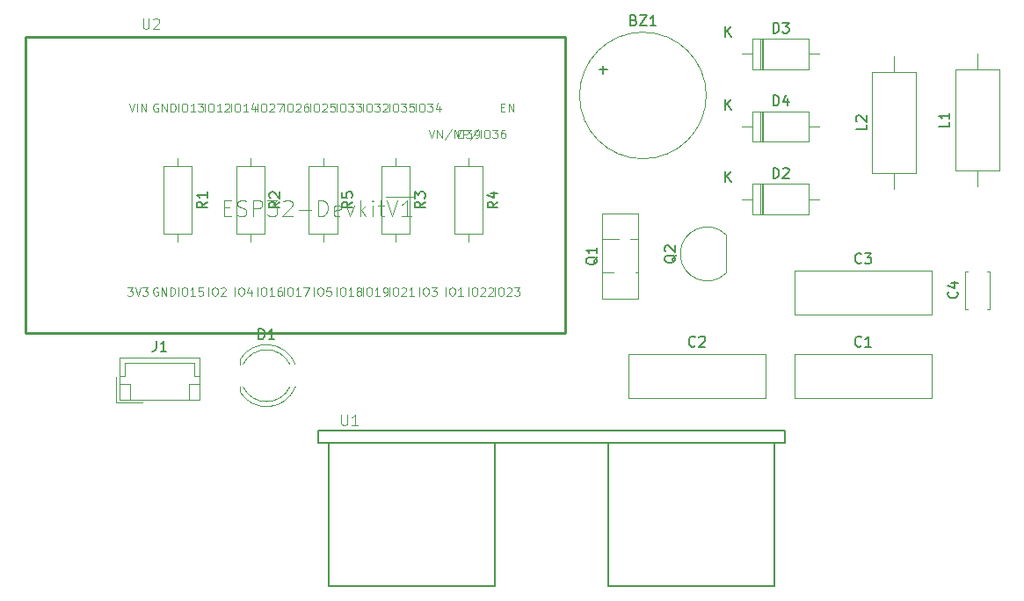
<source format=gto>
%TF.GenerationSoftware,KiCad,Pcbnew,(5.1.9)-1*%
%TF.CreationDate,2021-03-06T13:39:37+06:00*%
%TF.ProjectId,Geiger,47656967-6572-42e6-9b69-6361645f7063,v01*%
%TF.SameCoordinates,Original*%
%TF.FileFunction,Legend,Top*%
%TF.FilePolarity,Positive*%
%FSLAX46Y46*%
G04 Gerber Fmt 4.6, Leading zero omitted, Abs format (unit mm)*
G04 Created by KiCad (PCBNEW (5.1.9)-1) date 2021-03-06 13:39:37*
%MOMM*%
%LPD*%
G01*
G04 APERTURE LIST*
%ADD10C,0.120000*%
%ADD11C,0.127000*%
%ADD12C,0.254000*%
%ADD13C,0.150000*%
%ADD14C,0.015000*%
G04 APERTURE END LIST*
D10*
%TO.C,BZ1*%
X244900000Y-88000000D02*
G75*
G03*
X244900000Y-88000000I-6100000J0D01*
G01*
%TO.C,C1*%
X266620000Y-112880000D02*
X266620000Y-117120000D01*
X253380000Y-112880000D02*
X253380000Y-117120000D01*
X253380000Y-117120000D02*
X266620000Y-117120000D01*
X253380000Y-112880000D02*
X266620000Y-112880000D01*
%TO.C,C2*%
X237380000Y-112880000D02*
X250620000Y-112880000D01*
X237380000Y-117120000D02*
X250620000Y-117120000D01*
X237380000Y-112880000D02*
X237380000Y-117120000D01*
X250620000Y-112880000D02*
X250620000Y-117120000D01*
%TO.C,C3*%
X253380000Y-104880000D02*
X266620000Y-104880000D01*
X253380000Y-109120000D02*
X266620000Y-109120000D01*
X253380000Y-104880000D02*
X253380000Y-109120000D01*
X266620000Y-104880000D02*
X266620000Y-109120000D01*
%TO.C,C4*%
X269830000Y-108570000D02*
X269830000Y-104930000D01*
X272170000Y-108570000D02*
X272170000Y-104930000D01*
X269830000Y-108570000D02*
X270075000Y-108570000D01*
X271925000Y-108570000D02*
X272170000Y-108570000D01*
X269830000Y-104930000D02*
X270075000Y-104930000D01*
X271925000Y-104930000D02*
X272170000Y-104930000D01*
%TO.C,D1*%
X199980000Y-113455000D02*
X199980000Y-113920000D01*
X199980000Y-116080000D02*
X199980000Y-116545000D01*
X205327815Y-113919173D02*
G75*
G03*
X199980000Y-113455170I-2787815J-1080827D01*
G01*
X205327815Y-116080827D02*
G75*
G02*
X199980000Y-116544830I-2787815J1080827D01*
G01*
X204794479Y-113919571D02*
G75*
G03*
X200285316Y-113920000I-2254479J-1080429D01*
G01*
X204794479Y-116080429D02*
G75*
G02*
X200285316Y-116080000I-2254479J1080429D01*
G01*
%TO.C,D2*%
X249360000Y-96530000D02*
X249360000Y-99470000D01*
X249360000Y-99470000D02*
X254800000Y-99470000D01*
X254800000Y-99470000D02*
X254800000Y-96530000D01*
X254800000Y-96530000D02*
X249360000Y-96530000D01*
X248340000Y-98000000D02*
X249360000Y-98000000D01*
X255820000Y-98000000D02*
X254800000Y-98000000D01*
X250260000Y-96530000D02*
X250260000Y-99470000D01*
X250380000Y-96530000D02*
X250380000Y-99470000D01*
X250140000Y-96530000D02*
X250140000Y-99470000D01*
%TO.C,D3*%
X249360000Y-82530000D02*
X249360000Y-85470000D01*
X249360000Y-85470000D02*
X254800000Y-85470000D01*
X254800000Y-85470000D02*
X254800000Y-82530000D01*
X254800000Y-82530000D02*
X249360000Y-82530000D01*
X248340000Y-84000000D02*
X249360000Y-84000000D01*
X255820000Y-84000000D02*
X254800000Y-84000000D01*
X250260000Y-82530000D02*
X250260000Y-85470000D01*
X250380000Y-82530000D02*
X250380000Y-85470000D01*
X250140000Y-82530000D02*
X250140000Y-85470000D01*
%TO.C,D4*%
X250140000Y-89530000D02*
X250140000Y-92470000D01*
X250380000Y-89530000D02*
X250380000Y-92470000D01*
X250260000Y-89530000D02*
X250260000Y-92470000D01*
X255820000Y-91000000D02*
X254800000Y-91000000D01*
X248340000Y-91000000D02*
X249360000Y-91000000D01*
X254800000Y-89530000D02*
X249360000Y-89530000D01*
X254800000Y-92470000D02*
X254800000Y-89530000D01*
X249360000Y-92470000D02*
X254800000Y-92470000D01*
X249360000Y-89530000D02*
X249360000Y-92470000D01*
%TO.C,J1*%
X188390000Y-113290000D02*
X188390000Y-117310000D01*
X188390000Y-117310000D02*
X196110000Y-117310000D01*
X196110000Y-117310000D02*
X196110000Y-113290000D01*
X196110000Y-113290000D02*
X188390000Y-113290000D01*
X188390000Y-115000000D02*
X188890000Y-115000000D01*
X188890000Y-115000000D02*
X188890000Y-113790000D01*
X188890000Y-113790000D02*
X195610000Y-113790000D01*
X195610000Y-113790000D02*
X195610000Y-115000000D01*
X195610000Y-115000000D02*
X196110000Y-115000000D01*
X188390000Y-115810000D02*
X189390000Y-115810000D01*
X189390000Y-115810000D02*
X189390000Y-117310000D01*
X196110000Y-115810000D02*
X195110000Y-115810000D01*
X195110000Y-115810000D02*
X195110000Y-117310000D01*
X188090000Y-115110000D02*
X188090000Y-117610000D01*
X188090000Y-117610000D02*
X190590000Y-117610000D01*
%TO.C,L1*%
X271000000Y-84000000D02*
X271000000Y-85510000D01*
X271000000Y-96760000D02*
X271000000Y-95250000D01*
X268880000Y-85510000D02*
X268880000Y-95250000D01*
X273120000Y-85510000D02*
X268880000Y-85510000D01*
X273120000Y-95250000D02*
X273120000Y-85510000D01*
X268880000Y-95250000D02*
X273120000Y-95250000D01*
%TO.C,L2*%
X260880000Y-95490000D02*
X265120000Y-95490000D01*
X265120000Y-95490000D02*
X265120000Y-85750000D01*
X265120000Y-85750000D02*
X260880000Y-85750000D01*
X260880000Y-85750000D02*
X260880000Y-95490000D01*
X263000000Y-97000000D02*
X263000000Y-95490000D01*
X263000000Y-84240000D02*
X263000000Y-85750000D01*
%TO.C,Q1*%
X234880000Y-107580000D02*
X234880000Y-99340000D01*
X238370000Y-107580000D02*
X238370000Y-99340000D01*
X234880000Y-107580000D02*
X238370000Y-107580000D01*
X234880000Y-99340000D02*
X238370000Y-99340000D01*
X234880000Y-105060000D02*
X235950000Y-105060000D01*
X238050000Y-105060000D02*
X238370000Y-105060000D01*
X234880000Y-101859000D02*
X236460000Y-101859000D01*
X237540000Y-101859000D02*
X238370000Y-101859000D01*
%TO.C,Q2*%
X246850000Y-105070000D02*
X246850000Y-101470000D01*
X246838478Y-105108478D02*
G75*
G02*
X242400000Y-103270000I-1838478J1838478D01*
G01*
X246838478Y-101431522D02*
G75*
G03*
X242400000Y-103270000I-1838478J-1838478D01*
G01*
%TO.C,R1*%
X195370000Y-94810000D02*
X192630000Y-94810000D01*
X192630000Y-94810000D02*
X192630000Y-101350000D01*
X192630000Y-101350000D02*
X195370000Y-101350000D01*
X195370000Y-101350000D02*
X195370000Y-94810000D01*
X194000000Y-94040000D02*
X194000000Y-94810000D01*
X194000000Y-102120000D02*
X194000000Y-101350000D01*
%TO.C,R2*%
X202370000Y-94810000D02*
X199630000Y-94810000D01*
X199630000Y-94810000D02*
X199630000Y-101350000D01*
X199630000Y-101350000D02*
X202370000Y-101350000D01*
X202370000Y-101350000D02*
X202370000Y-94810000D01*
X201000000Y-94040000D02*
X201000000Y-94810000D01*
X201000000Y-102120000D02*
X201000000Y-101350000D01*
%TO.C,R3*%
X215000000Y-102120000D02*
X215000000Y-101350000D01*
X215000000Y-94040000D02*
X215000000Y-94810000D01*
X216370000Y-101350000D02*
X216370000Y-94810000D01*
X213630000Y-101350000D02*
X216370000Y-101350000D01*
X213630000Y-94810000D02*
X213630000Y-101350000D01*
X216370000Y-94810000D02*
X213630000Y-94810000D01*
%TO.C,R4*%
X222000000Y-102120000D02*
X222000000Y-101350000D01*
X222000000Y-94040000D02*
X222000000Y-94810000D01*
X223370000Y-101350000D02*
X223370000Y-94810000D01*
X220630000Y-101350000D02*
X223370000Y-101350000D01*
X220630000Y-94810000D02*
X220630000Y-101350000D01*
X223370000Y-94810000D02*
X220630000Y-94810000D01*
%TO.C,R5*%
X209370000Y-94810000D02*
X206630000Y-94810000D01*
X206630000Y-94810000D02*
X206630000Y-101350000D01*
X206630000Y-101350000D02*
X209370000Y-101350000D01*
X209370000Y-101350000D02*
X209370000Y-94810000D01*
X208000000Y-94040000D02*
X208000000Y-94810000D01*
X208000000Y-102120000D02*
X208000000Y-101350000D01*
D11*
%TO.C,U1*%
X208500000Y-135270000D02*
X224500000Y-135270000D01*
X235500000Y-135270000D02*
X251500000Y-135270000D01*
X252500000Y-121470000D02*
X251500000Y-121470000D01*
X251500000Y-121470000D02*
X235500000Y-121470000D01*
X235500000Y-121470000D02*
X224500000Y-121470000D01*
X224500000Y-121470000D02*
X208500000Y-121470000D01*
X208500000Y-121470000D02*
X207500000Y-121470000D01*
X207500000Y-121470000D02*
X207500000Y-120270000D01*
X207500000Y-120270000D02*
X252500000Y-120270000D01*
X252500000Y-120270000D02*
X252500000Y-121470000D01*
X208500000Y-121470000D02*
X208500000Y-135270000D01*
X251500000Y-121470000D02*
X251500000Y-135270000D01*
X224500000Y-121470000D02*
X224500000Y-135270000D01*
X235500000Y-121470000D02*
X235500000Y-135270000D01*
D12*
%TO.C,U2*%
X179350000Y-82395000D02*
X231350000Y-82395000D01*
X231350000Y-82395000D02*
X231350000Y-110930000D01*
X231350000Y-110930000D02*
X179350000Y-110930000D01*
X179350000Y-110930000D02*
X179350000Y-82395000D01*
%TO.C,BZ1*%
D13*
X237919047Y-80728571D02*
X238061904Y-80776190D01*
X238109523Y-80823809D01*
X238157142Y-80919047D01*
X238157142Y-81061904D01*
X238109523Y-81157142D01*
X238061904Y-81204761D01*
X237966666Y-81252380D01*
X237585714Y-81252380D01*
X237585714Y-80252380D01*
X237919047Y-80252380D01*
X238014285Y-80300000D01*
X238061904Y-80347619D01*
X238109523Y-80442857D01*
X238109523Y-80538095D01*
X238061904Y-80633333D01*
X238014285Y-80680952D01*
X237919047Y-80728571D01*
X237585714Y-80728571D01*
X238490476Y-80252380D02*
X239157142Y-80252380D01*
X238490476Y-81252380D01*
X239157142Y-81252380D01*
X240061904Y-81252380D02*
X239490476Y-81252380D01*
X239776190Y-81252380D02*
X239776190Y-80252380D01*
X239680952Y-80395238D01*
X239585714Y-80490476D01*
X239490476Y-80538095D01*
X234609047Y-85531428D02*
X235370952Y-85531428D01*
X234990000Y-85912380D02*
X234990000Y-85150476D01*
%TO.C,C1*%
X259833333Y-112107142D02*
X259785714Y-112154761D01*
X259642857Y-112202380D01*
X259547619Y-112202380D01*
X259404761Y-112154761D01*
X259309523Y-112059523D01*
X259261904Y-111964285D01*
X259214285Y-111773809D01*
X259214285Y-111630952D01*
X259261904Y-111440476D01*
X259309523Y-111345238D01*
X259404761Y-111250000D01*
X259547619Y-111202380D01*
X259642857Y-111202380D01*
X259785714Y-111250000D01*
X259833333Y-111297619D01*
X260785714Y-112202380D02*
X260214285Y-112202380D01*
X260500000Y-112202380D02*
X260500000Y-111202380D01*
X260404761Y-111345238D01*
X260309523Y-111440476D01*
X260214285Y-111488095D01*
%TO.C,C2*%
X243833333Y-112107142D02*
X243785714Y-112154761D01*
X243642857Y-112202380D01*
X243547619Y-112202380D01*
X243404761Y-112154761D01*
X243309523Y-112059523D01*
X243261904Y-111964285D01*
X243214285Y-111773809D01*
X243214285Y-111630952D01*
X243261904Y-111440476D01*
X243309523Y-111345238D01*
X243404761Y-111250000D01*
X243547619Y-111202380D01*
X243642857Y-111202380D01*
X243785714Y-111250000D01*
X243833333Y-111297619D01*
X244214285Y-111297619D02*
X244261904Y-111250000D01*
X244357142Y-111202380D01*
X244595238Y-111202380D01*
X244690476Y-111250000D01*
X244738095Y-111297619D01*
X244785714Y-111392857D01*
X244785714Y-111488095D01*
X244738095Y-111630952D01*
X244166666Y-112202380D01*
X244785714Y-112202380D01*
%TO.C,C3*%
X259833333Y-104107142D02*
X259785714Y-104154761D01*
X259642857Y-104202380D01*
X259547619Y-104202380D01*
X259404761Y-104154761D01*
X259309523Y-104059523D01*
X259261904Y-103964285D01*
X259214285Y-103773809D01*
X259214285Y-103630952D01*
X259261904Y-103440476D01*
X259309523Y-103345238D01*
X259404761Y-103250000D01*
X259547619Y-103202380D01*
X259642857Y-103202380D01*
X259785714Y-103250000D01*
X259833333Y-103297619D01*
X260166666Y-103202380D02*
X260785714Y-103202380D01*
X260452380Y-103583333D01*
X260595238Y-103583333D01*
X260690476Y-103630952D01*
X260738095Y-103678571D01*
X260785714Y-103773809D01*
X260785714Y-104011904D01*
X260738095Y-104107142D01*
X260690476Y-104154761D01*
X260595238Y-104202380D01*
X260309523Y-104202380D01*
X260214285Y-104154761D01*
X260166666Y-104107142D01*
%TO.C,C4*%
X269057142Y-106916666D02*
X269104761Y-106964285D01*
X269152380Y-107107142D01*
X269152380Y-107202380D01*
X269104761Y-107345238D01*
X269009523Y-107440476D01*
X268914285Y-107488095D01*
X268723809Y-107535714D01*
X268580952Y-107535714D01*
X268390476Y-107488095D01*
X268295238Y-107440476D01*
X268200000Y-107345238D01*
X268152380Y-107202380D01*
X268152380Y-107107142D01*
X268200000Y-106964285D01*
X268247619Y-106916666D01*
X268485714Y-106059523D02*
X269152380Y-106059523D01*
X268104761Y-106297619D02*
X268819047Y-106535714D01*
X268819047Y-105916666D01*
%TO.C,D1*%
X201801904Y-111492380D02*
X201801904Y-110492380D01*
X202040000Y-110492380D01*
X202182857Y-110540000D01*
X202278095Y-110635238D01*
X202325714Y-110730476D01*
X202373333Y-110920952D01*
X202373333Y-111063809D01*
X202325714Y-111254285D01*
X202278095Y-111349523D01*
X202182857Y-111444761D01*
X202040000Y-111492380D01*
X201801904Y-111492380D01*
X203325714Y-111492380D02*
X202754285Y-111492380D01*
X203040000Y-111492380D02*
X203040000Y-110492380D01*
X202944761Y-110635238D01*
X202849523Y-110730476D01*
X202754285Y-110778095D01*
%TO.C,D2*%
X251341904Y-95982380D02*
X251341904Y-94982380D01*
X251580000Y-94982380D01*
X251722857Y-95030000D01*
X251818095Y-95125238D01*
X251865714Y-95220476D01*
X251913333Y-95410952D01*
X251913333Y-95553809D01*
X251865714Y-95744285D01*
X251818095Y-95839523D01*
X251722857Y-95934761D01*
X251580000Y-95982380D01*
X251341904Y-95982380D01*
X252294285Y-95077619D02*
X252341904Y-95030000D01*
X252437142Y-94982380D01*
X252675238Y-94982380D01*
X252770476Y-95030000D01*
X252818095Y-95077619D01*
X252865714Y-95172857D01*
X252865714Y-95268095D01*
X252818095Y-95410952D01*
X252246666Y-95982380D01*
X252865714Y-95982380D01*
X246738095Y-96352380D02*
X246738095Y-95352380D01*
X247309523Y-96352380D02*
X246880952Y-95780952D01*
X247309523Y-95352380D02*
X246738095Y-95923809D01*
%TO.C,D3*%
X251341904Y-81982380D02*
X251341904Y-80982380D01*
X251580000Y-80982380D01*
X251722857Y-81030000D01*
X251818095Y-81125238D01*
X251865714Y-81220476D01*
X251913333Y-81410952D01*
X251913333Y-81553809D01*
X251865714Y-81744285D01*
X251818095Y-81839523D01*
X251722857Y-81934761D01*
X251580000Y-81982380D01*
X251341904Y-81982380D01*
X252246666Y-80982380D02*
X252865714Y-80982380D01*
X252532380Y-81363333D01*
X252675238Y-81363333D01*
X252770476Y-81410952D01*
X252818095Y-81458571D01*
X252865714Y-81553809D01*
X252865714Y-81791904D01*
X252818095Y-81887142D01*
X252770476Y-81934761D01*
X252675238Y-81982380D01*
X252389523Y-81982380D01*
X252294285Y-81934761D01*
X252246666Y-81887142D01*
X246738095Y-82352380D02*
X246738095Y-81352380D01*
X247309523Y-82352380D02*
X246880952Y-81780952D01*
X247309523Y-81352380D02*
X246738095Y-81923809D01*
%TO.C,D4*%
X251341904Y-88982380D02*
X251341904Y-87982380D01*
X251580000Y-87982380D01*
X251722857Y-88030000D01*
X251818095Y-88125238D01*
X251865714Y-88220476D01*
X251913333Y-88410952D01*
X251913333Y-88553809D01*
X251865714Y-88744285D01*
X251818095Y-88839523D01*
X251722857Y-88934761D01*
X251580000Y-88982380D01*
X251341904Y-88982380D01*
X252770476Y-88315714D02*
X252770476Y-88982380D01*
X252532380Y-87934761D02*
X252294285Y-88649047D01*
X252913333Y-88649047D01*
X246738095Y-89352380D02*
X246738095Y-88352380D01*
X247309523Y-89352380D02*
X246880952Y-88780952D01*
X247309523Y-88352380D02*
X246738095Y-88923809D01*
%TO.C,J1*%
X191916666Y-111652380D02*
X191916666Y-112366666D01*
X191869047Y-112509523D01*
X191773809Y-112604761D01*
X191630952Y-112652380D01*
X191535714Y-112652380D01*
X192916666Y-112652380D02*
X192345238Y-112652380D01*
X192630952Y-112652380D02*
X192630952Y-111652380D01*
X192535714Y-111795238D01*
X192440476Y-111890476D01*
X192345238Y-111938095D01*
%TO.C,L1*%
X268332380Y-90546666D02*
X268332380Y-91022857D01*
X267332380Y-91022857D01*
X268332380Y-89689523D02*
X268332380Y-90260952D01*
X268332380Y-89975238D02*
X267332380Y-89975238D01*
X267475238Y-90070476D01*
X267570476Y-90165714D01*
X267618095Y-90260952D01*
%TO.C,L2*%
X260332380Y-90786666D02*
X260332380Y-91262857D01*
X259332380Y-91262857D01*
X259427619Y-90500952D02*
X259380000Y-90453333D01*
X259332380Y-90358095D01*
X259332380Y-90120000D01*
X259380000Y-90024761D01*
X259427619Y-89977142D01*
X259522857Y-89929523D01*
X259618095Y-89929523D01*
X259760952Y-89977142D01*
X260332380Y-90548571D01*
X260332380Y-89929523D01*
%TO.C,Q1*%
X234427619Y-103555238D02*
X234380000Y-103650476D01*
X234284761Y-103745714D01*
X234141904Y-103888571D01*
X234094285Y-103983809D01*
X234094285Y-104079047D01*
X234332380Y-104031428D02*
X234284761Y-104126666D01*
X234189523Y-104221904D01*
X233999047Y-104269523D01*
X233665714Y-104269523D01*
X233475238Y-104221904D01*
X233380000Y-104126666D01*
X233332380Y-104031428D01*
X233332380Y-103840952D01*
X233380000Y-103745714D01*
X233475238Y-103650476D01*
X233665714Y-103602857D01*
X233999047Y-103602857D01*
X234189523Y-103650476D01*
X234284761Y-103745714D01*
X234332380Y-103840952D01*
X234332380Y-104031428D01*
X234332380Y-102650476D02*
X234332380Y-103221904D01*
X234332380Y-102936190D02*
X233332380Y-102936190D01*
X233475238Y-103031428D01*
X233570476Y-103126666D01*
X233618095Y-103221904D01*
%TO.C,Q2*%
X241987619Y-103365238D02*
X241940000Y-103460476D01*
X241844761Y-103555714D01*
X241701904Y-103698571D01*
X241654285Y-103793809D01*
X241654285Y-103889047D01*
X241892380Y-103841428D02*
X241844761Y-103936666D01*
X241749523Y-104031904D01*
X241559047Y-104079523D01*
X241225714Y-104079523D01*
X241035238Y-104031904D01*
X240940000Y-103936666D01*
X240892380Y-103841428D01*
X240892380Y-103650952D01*
X240940000Y-103555714D01*
X241035238Y-103460476D01*
X241225714Y-103412857D01*
X241559047Y-103412857D01*
X241749523Y-103460476D01*
X241844761Y-103555714D01*
X241892380Y-103650952D01*
X241892380Y-103841428D01*
X240987619Y-103031904D02*
X240940000Y-102984285D01*
X240892380Y-102889047D01*
X240892380Y-102650952D01*
X240940000Y-102555714D01*
X240987619Y-102508095D01*
X241082857Y-102460476D01*
X241178095Y-102460476D01*
X241320952Y-102508095D01*
X241892380Y-103079523D01*
X241892380Y-102460476D01*
%TO.C,R1*%
X196822380Y-98246666D02*
X196346190Y-98580000D01*
X196822380Y-98818095D02*
X195822380Y-98818095D01*
X195822380Y-98437142D01*
X195870000Y-98341904D01*
X195917619Y-98294285D01*
X196012857Y-98246666D01*
X196155714Y-98246666D01*
X196250952Y-98294285D01*
X196298571Y-98341904D01*
X196346190Y-98437142D01*
X196346190Y-98818095D01*
X196822380Y-97294285D02*
X196822380Y-97865714D01*
X196822380Y-97580000D02*
X195822380Y-97580000D01*
X195965238Y-97675238D01*
X196060476Y-97770476D01*
X196108095Y-97865714D01*
%TO.C,R2*%
X203822380Y-98246666D02*
X203346190Y-98580000D01*
X203822380Y-98818095D02*
X202822380Y-98818095D01*
X202822380Y-98437142D01*
X202870000Y-98341904D01*
X202917619Y-98294285D01*
X203012857Y-98246666D01*
X203155714Y-98246666D01*
X203250952Y-98294285D01*
X203298571Y-98341904D01*
X203346190Y-98437142D01*
X203346190Y-98818095D01*
X202917619Y-97865714D02*
X202870000Y-97818095D01*
X202822380Y-97722857D01*
X202822380Y-97484761D01*
X202870000Y-97389523D01*
X202917619Y-97341904D01*
X203012857Y-97294285D01*
X203108095Y-97294285D01*
X203250952Y-97341904D01*
X203822380Y-97913333D01*
X203822380Y-97294285D01*
%TO.C,R3*%
X217822380Y-98246666D02*
X217346190Y-98580000D01*
X217822380Y-98818095D02*
X216822380Y-98818095D01*
X216822380Y-98437142D01*
X216870000Y-98341904D01*
X216917619Y-98294285D01*
X217012857Y-98246666D01*
X217155714Y-98246666D01*
X217250952Y-98294285D01*
X217298571Y-98341904D01*
X217346190Y-98437142D01*
X217346190Y-98818095D01*
X216822380Y-97913333D02*
X216822380Y-97294285D01*
X217203333Y-97627619D01*
X217203333Y-97484761D01*
X217250952Y-97389523D01*
X217298571Y-97341904D01*
X217393809Y-97294285D01*
X217631904Y-97294285D01*
X217727142Y-97341904D01*
X217774761Y-97389523D01*
X217822380Y-97484761D01*
X217822380Y-97770476D01*
X217774761Y-97865714D01*
X217727142Y-97913333D01*
%TO.C,R4*%
X224822380Y-98246666D02*
X224346190Y-98580000D01*
X224822380Y-98818095D02*
X223822380Y-98818095D01*
X223822380Y-98437142D01*
X223870000Y-98341904D01*
X223917619Y-98294285D01*
X224012857Y-98246666D01*
X224155714Y-98246666D01*
X224250952Y-98294285D01*
X224298571Y-98341904D01*
X224346190Y-98437142D01*
X224346190Y-98818095D01*
X224155714Y-97389523D02*
X224822380Y-97389523D01*
X223774761Y-97627619D02*
X224489047Y-97865714D01*
X224489047Y-97246666D01*
%TO.C,R5*%
X210822380Y-98246666D02*
X210346190Y-98580000D01*
X210822380Y-98818095D02*
X209822380Y-98818095D01*
X209822380Y-98437142D01*
X209870000Y-98341904D01*
X209917619Y-98294285D01*
X210012857Y-98246666D01*
X210155714Y-98246666D01*
X210250952Y-98294285D01*
X210298571Y-98341904D01*
X210346190Y-98437142D01*
X210346190Y-98818095D01*
X209822380Y-97341904D02*
X209822380Y-97818095D01*
X210298571Y-97865714D01*
X210250952Y-97818095D01*
X210203333Y-97722857D01*
X210203333Y-97484761D01*
X210250952Y-97389523D01*
X210298571Y-97341904D01*
X210393809Y-97294285D01*
X210631904Y-97294285D01*
X210727142Y-97341904D01*
X210774761Y-97389523D01*
X210822380Y-97484761D01*
X210822380Y-97722857D01*
X210774761Y-97818095D01*
X210727142Y-97865714D01*
%TO.C,U1*%
D14*
X209752649Y-118768806D02*
X209752649Y-119578750D01*
X209800292Y-119674038D01*
X209847936Y-119721682D01*
X209943224Y-119769326D01*
X210133799Y-119769326D01*
X210229087Y-119721682D01*
X210276730Y-119674038D01*
X210324374Y-119578750D01*
X210324374Y-118768806D01*
X211324894Y-119769326D02*
X210753169Y-119769326D01*
X211039031Y-119769326D02*
X211039031Y-118768806D01*
X210943744Y-118911737D01*
X210848456Y-119007025D01*
X210753169Y-119054669D01*
%TO.C,U2*%
X190633095Y-80577380D02*
X190633095Y-81386904D01*
X190680714Y-81482142D01*
X190728333Y-81529761D01*
X190823571Y-81577380D01*
X191014047Y-81577380D01*
X191109285Y-81529761D01*
X191156904Y-81482142D01*
X191204523Y-81386904D01*
X191204523Y-80577380D01*
X191633095Y-80672619D02*
X191680714Y-80625000D01*
X191775952Y-80577380D01*
X192014047Y-80577380D01*
X192109285Y-80625000D01*
X192156904Y-80672619D01*
X192204523Y-80767857D01*
X192204523Y-80863095D01*
X192156904Y-81005952D01*
X191585476Y-81577380D01*
X192204523Y-81577380D01*
X189149523Y-106491904D02*
X189644761Y-106491904D01*
X189378095Y-106796666D01*
X189492380Y-106796666D01*
X189568571Y-106834761D01*
X189606666Y-106872857D01*
X189644761Y-106949047D01*
X189644761Y-107139523D01*
X189606666Y-107215714D01*
X189568571Y-107253809D01*
X189492380Y-107291904D01*
X189263809Y-107291904D01*
X189187619Y-107253809D01*
X189149523Y-107215714D01*
X189873333Y-106491904D02*
X190140000Y-107291904D01*
X190406666Y-106491904D01*
X190597142Y-106491904D02*
X191092380Y-106491904D01*
X190825714Y-106796666D01*
X190940000Y-106796666D01*
X191016190Y-106834761D01*
X191054285Y-106872857D01*
X191092380Y-106949047D01*
X191092380Y-107139523D01*
X191054285Y-107215714D01*
X191016190Y-107253809D01*
X190940000Y-107291904D01*
X190711428Y-107291904D01*
X190635238Y-107253809D01*
X190597142Y-107215714D01*
X192070476Y-106530000D02*
X191994285Y-106491904D01*
X191880000Y-106491904D01*
X191765714Y-106530000D01*
X191689523Y-106606190D01*
X191651428Y-106682380D01*
X191613333Y-106834761D01*
X191613333Y-106949047D01*
X191651428Y-107101428D01*
X191689523Y-107177619D01*
X191765714Y-107253809D01*
X191880000Y-107291904D01*
X191956190Y-107291904D01*
X192070476Y-107253809D01*
X192108571Y-107215714D01*
X192108571Y-106949047D01*
X191956190Y-106949047D01*
X192451428Y-107291904D02*
X192451428Y-106491904D01*
X192908571Y-107291904D01*
X192908571Y-106491904D01*
X193289523Y-107291904D02*
X193289523Y-106491904D01*
X193480000Y-106491904D01*
X193594285Y-106530000D01*
X193670476Y-106606190D01*
X193708571Y-106682380D01*
X193746666Y-106834761D01*
X193746666Y-106949047D01*
X193708571Y-107101428D01*
X193670476Y-107177619D01*
X193594285Y-107253809D01*
X193480000Y-107291904D01*
X193289523Y-107291904D01*
X194039047Y-107291904D02*
X194039047Y-106491904D01*
X194572380Y-106491904D02*
X194724761Y-106491904D01*
X194800952Y-106530000D01*
X194877142Y-106606190D01*
X194915238Y-106758571D01*
X194915238Y-107025238D01*
X194877142Y-107177619D01*
X194800952Y-107253809D01*
X194724761Y-107291904D01*
X194572380Y-107291904D01*
X194496190Y-107253809D01*
X194420000Y-107177619D01*
X194381904Y-107025238D01*
X194381904Y-106758571D01*
X194420000Y-106606190D01*
X194496190Y-106530000D01*
X194572380Y-106491904D01*
X195677142Y-107291904D02*
X195220000Y-107291904D01*
X195448571Y-107291904D02*
X195448571Y-106491904D01*
X195372380Y-106606190D01*
X195296190Y-106682380D01*
X195220000Y-106720476D01*
X196400952Y-106491904D02*
X196020000Y-106491904D01*
X195981904Y-106872857D01*
X196020000Y-106834761D01*
X196096190Y-106796666D01*
X196286666Y-106796666D01*
X196362857Y-106834761D01*
X196400952Y-106872857D01*
X196439047Y-106949047D01*
X196439047Y-107139523D01*
X196400952Y-107215714D01*
X196362857Y-107253809D01*
X196286666Y-107291904D01*
X196096190Y-107291904D01*
X196020000Y-107253809D01*
X195981904Y-107215714D01*
X196960000Y-107291904D02*
X196960000Y-106491904D01*
X197493333Y-106491904D02*
X197645714Y-106491904D01*
X197721904Y-106530000D01*
X197798095Y-106606190D01*
X197836190Y-106758571D01*
X197836190Y-107025238D01*
X197798095Y-107177619D01*
X197721904Y-107253809D01*
X197645714Y-107291904D01*
X197493333Y-107291904D01*
X197417142Y-107253809D01*
X197340952Y-107177619D01*
X197302857Y-107025238D01*
X197302857Y-106758571D01*
X197340952Y-106606190D01*
X197417142Y-106530000D01*
X197493333Y-106491904D01*
X198140952Y-106568095D02*
X198179047Y-106530000D01*
X198255238Y-106491904D01*
X198445714Y-106491904D01*
X198521904Y-106530000D01*
X198560000Y-106568095D01*
X198598095Y-106644285D01*
X198598095Y-106720476D01*
X198560000Y-106834761D01*
X198102857Y-107291904D01*
X198598095Y-107291904D01*
X199500000Y-107291904D02*
X199500000Y-106491904D01*
X200033333Y-106491904D02*
X200185714Y-106491904D01*
X200261904Y-106530000D01*
X200338095Y-106606190D01*
X200376190Y-106758571D01*
X200376190Y-107025238D01*
X200338095Y-107177619D01*
X200261904Y-107253809D01*
X200185714Y-107291904D01*
X200033333Y-107291904D01*
X199957142Y-107253809D01*
X199880952Y-107177619D01*
X199842857Y-107025238D01*
X199842857Y-106758571D01*
X199880952Y-106606190D01*
X199957142Y-106530000D01*
X200033333Y-106491904D01*
X201061904Y-106758571D02*
X201061904Y-107291904D01*
X200871428Y-106453809D02*
X200680952Y-107025238D01*
X201176190Y-107025238D01*
X201659047Y-107291904D02*
X201659047Y-106491904D01*
X202192380Y-106491904D02*
X202344761Y-106491904D01*
X202420952Y-106530000D01*
X202497142Y-106606190D01*
X202535238Y-106758571D01*
X202535238Y-107025238D01*
X202497142Y-107177619D01*
X202420952Y-107253809D01*
X202344761Y-107291904D01*
X202192380Y-107291904D01*
X202116190Y-107253809D01*
X202040000Y-107177619D01*
X202001904Y-107025238D01*
X202001904Y-106758571D01*
X202040000Y-106606190D01*
X202116190Y-106530000D01*
X202192380Y-106491904D01*
X203297142Y-107291904D02*
X202840000Y-107291904D01*
X203068571Y-107291904D02*
X203068571Y-106491904D01*
X202992380Y-106606190D01*
X202916190Y-106682380D01*
X202840000Y-106720476D01*
X203982857Y-106491904D02*
X203830476Y-106491904D01*
X203754285Y-106530000D01*
X203716190Y-106568095D01*
X203640000Y-106682380D01*
X203601904Y-106834761D01*
X203601904Y-107139523D01*
X203640000Y-107215714D01*
X203678095Y-107253809D01*
X203754285Y-107291904D01*
X203906666Y-107291904D01*
X203982857Y-107253809D01*
X204020952Y-107215714D01*
X204059047Y-107139523D01*
X204059047Y-106949047D01*
X204020952Y-106872857D01*
X203982857Y-106834761D01*
X203906666Y-106796666D01*
X203754285Y-106796666D01*
X203678095Y-106834761D01*
X203640000Y-106872857D01*
X203601904Y-106949047D01*
X204199047Y-107291904D02*
X204199047Y-106491904D01*
X204732380Y-106491904D02*
X204884761Y-106491904D01*
X204960952Y-106530000D01*
X205037142Y-106606190D01*
X205075238Y-106758571D01*
X205075238Y-107025238D01*
X205037142Y-107177619D01*
X204960952Y-107253809D01*
X204884761Y-107291904D01*
X204732380Y-107291904D01*
X204656190Y-107253809D01*
X204580000Y-107177619D01*
X204541904Y-107025238D01*
X204541904Y-106758571D01*
X204580000Y-106606190D01*
X204656190Y-106530000D01*
X204732380Y-106491904D01*
X205837142Y-107291904D02*
X205380000Y-107291904D01*
X205608571Y-107291904D02*
X205608571Y-106491904D01*
X205532380Y-106606190D01*
X205456190Y-106682380D01*
X205380000Y-106720476D01*
X206103809Y-106491904D02*
X206637142Y-106491904D01*
X206294285Y-107291904D01*
X207120000Y-107291904D02*
X207120000Y-106491904D01*
X207653333Y-106491904D02*
X207805714Y-106491904D01*
X207881904Y-106530000D01*
X207958095Y-106606190D01*
X207996190Y-106758571D01*
X207996190Y-107025238D01*
X207958095Y-107177619D01*
X207881904Y-107253809D01*
X207805714Y-107291904D01*
X207653333Y-107291904D01*
X207577142Y-107253809D01*
X207500952Y-107177619D01*
X207462857Y-107025238D01*
X207462857Y-106758571D01*
X207500952Y-106606190D01*
X207577142Y-106530000D01*
X207653333Y-106491904D01*
X208720000Y-106491904D02*
X208339047Y-106491904D01*
X208300952Y-106872857D01*
X208339047Y-106834761D01*
X208415238Y-106796666D01*
X208605714Y-106796666D01*
X208681904Y-106834761D01*
X208720000Y-106872857D01*
X208758095Y-106949047D01*
X208758095Y-107139523D01*
X208720000Y-107215714D01*
X208681904Y-107253809D01*
X208605714Y-107291904D01*
X208415238Y-107291904D01*
X208339047Y-107253809D01*
X208300952Y-107215714D01*
X209279047Y-107291904D02*
X209279047Y-106491904D01*
X209812380Y-106491904D02*
X209964761Y-106491904D01*
X210040952Y-106530000D01*
X210117142Y-106606190D01*
X210155238Y-106758571D01*
X210155238Y-107025238D01*
X210117142Y-107177619D01*
X210040952Y-107253809D01*
X209964761Y-107291904D01*
X209812380Y-107291904D01*
X209736190Y-107253809D01*
X209660000Y-107177619D01*
X209621904Y-107025238D01*
X209621904Y-106758571D01*
X209660000Y-106606190D01*
X209736190Y-106530000D01*
X209812380Y-106491904D01*
X210917142Y-107291904D02*
X210460000Y-107291904D01*
X210688571Y-107291904D02*
X210688571Y-106491904D01*
X210612380Y-106606190D01*
X210536190Y-106682380D01*
X210460000Y-106720476D01*
X211374285Y-106834761D02*
X211298095Y-106796666D01*
X211260000Y-106758571D01*
X211221904Y-106682380D01*
X211221904Y-106644285D01*
X211260000Y-106568095D01*
X211298095Y-106530000D01*
X211374285Y-106491904D01*
X211526666Y-106491904D01*
X211602857Y-106530000D01*
X211640952Y-106568095D01*
X211679047Y-106644285D01*
X211679047Y-106682380D01*
X211640952Y-106758571D01*
X211602857Y-106796666D01*
X211526666Y-106834761D01*
X211374285Y-106834761D01*
X211298095Y-106872857D01*
X211260000Y-106910952D01*
X211221904Y-106987142D01*
X211221904Y-107139523D01*
X211260000Y-107215714D01*
X211298095Y-107253809D01*
X211374285Y-107291904D01*
X211526666Y-107291904D01*
X211602857Y-107253809D01*
X211640952Y-107215714D01*
X211679047Y-107139523D01*
X211679047Y-106987142D01*
X211640952Y-106910952D01*
X211602857Y-106872857D01*
X211526666Y-106834761D01*
X211819047Y-107291904D02*
X211819047Y-106491904D01*
X212352380Y-106491904D02*
X212504761Y-106491904D01*
X212580952Y-106530000D01*
X212657142Y-106606190D01*
X212695238Y-106758571D01*
X212695238Y-107025238D01*
X212657142Y-107177619D01*
X212580952Y-107253809D01*
X212504761Y-107291904D01*
X212352380Y-107291904D01*
X212276190Y-107253809D01*
X212200000Y-107177619D01*
X212161904Y-107025238D01*
X212161904Y-106758571D01*
X212200000Y-106606190D01*
X212276190Y-106530000D01*
X212352380Y-106491904D01*
X213457142Y-107291904D02*
X213000000Y-107291904D01*
X213228571Y-107291904D02*
X213228571Y-106491904D01*
X213152380Y-106606190D01*
X213076190Y-106682380D01*
X213000000Y-106720476D01*
X213838095Y-107291904D02*
X213990476Y-107291904D01*
X214066666Y-107253809D01*
X214104761Y-107215714D01*
X214180952Y-107101428D01*
X214219047Y-106949047D01*
X214219047Y-106644285D01*
X214180952Y-106568095D01*
X214142857Y-106530000D01*
X214066666Y-106491904D01*
X213914285Y-106491904D01*
X213838095Y-106530000D01*
X213800000Y-106568095D01*
X213761904Y-106644285D01*
X213761904Y-106834761D01*
X213800000Y-106910952D01*
X213838095Y-106949047D01*
X213914285Y-106987142D01*
X214066666Y-106987142D01*
X214142857Y-106949047D01*
X214180952Y-106910952D01*
X214219047Y-106834761D01*
X214359047Y-107291904D02*
X214359047Y-106491904D01*
X214892380Y-106491904D02*
X215044761Y-106491904D01*
X215120952Y-106530000D01*
X215197142Y-106606190D01*
X215235238Y-106758571D01*
X215235238Y-107025238D01*
X215197142Y-107177619D01*
X215120952Y-107253809D01*
X215044761Y-107291904D01*
X214892380Y-107291904D01*
X214816190Y-107253809D01*
X214740000Y-107177619D01*
X214701904Y-107025238D01*
X214701904Y-106758571D01*
X214740000Y-106606190D01*
X214816190Y-106530000D01*
X214892380Y-106491904D01*
X215540000Y-106568095D02*
X215578095Y-106530000D01*
X215654285Y-106491904D01*
X215844761Y-106491904D01*
X215920952Y-106530000D01*
X215959047Y-106568095D01*
X215997142Y-106644285D01*
X215997142Y-106720476D01*
X215959047Y-106834761D01*
X215501904Y-107291904D01*
X215997142Y-107291904D01*
X216759047Y-107291904D02*
X216301904Y-107291904D01*
X216530476Y-107291904D02*
X216530476Y-106491904D01*
X216454285Y-106606190D01*
X216378095Y-106682380D01*
X216301904Y-106720476D01*
X217280000Y-107291904D02*
X217280000Y-106491904D01*
X217813333Y-106491904D02*
X217965714Y-106491904D01*
X218041904Y-106530000D01*
X218118095Y-106606190D01*
X218156190Y-106758571D01*
X218156190Y-107025238D01*
X218118095Y-107177619D01*
X218041904Y-107253809D01*
X217965714Y-107291904D01*
X217813333Y-107291904D01*
X217737142Y-107253809D01*
X217660952Y-107177619D01*
X217622857Y-107025238D01*
X217622857Y-106758571D01*
X217660952Y-106606190D01*
X217737142Y-106530000D01*
X217813333Y-106491904D01*
X218422857Y-106491904D02*
X218918095Y-106491904D01*
X218651428Y-106796666D01*
X218765714Y-106796666D01*
X218841904Y-106834761D01*
X218880000Y-106872857D01*
X218918095Y-106949047D01*
X218918095Y-107139523D01*
X218880000Y-107215714D01*
X218841904Y-107253809D01*
X218765714Y-107291904D01*
X218537142Y-107291904D01*
X218460952Y-107253809D01*
X218422857Y-107215714D01*
X219820000Y-107291904D02*
X219820000Y-106491904D01*
X220353333Y-106491904D02*
X220505714Y-106491904D01*
X220581904Y-106530000D01*
X220658095Y-106606190D01*
X220696190Y-106758571D01*
X220696190Y-107025238D01*
X220658095Y-107177619D01*
X220581904Y-107253809D01*
X220505714Y-107291904D01*
X220353333Y-107291904D01*
X220277142Y-107253809D01*
X220200952Y-107177619D01*
X220162857Y-107025238D01*
X220162857Y-106758571D01*
X220200952Y-106606190D01*
X220277142Y-106530000D01*
X220353333Y-106491904D01*
X221458095Y-107291904D02*
X221000952Y-107291904D01*
X221229523Y-107291904D02*
X221229523Y-106491904D01*
X221153333Y-106606190D01*
X221077142Y-106682380D01*
X221000952Y-106720476D01*
X221979047Y-107291904D02*
X221979047Y-106491904D01*
X222512380Y-106491904D02*
X222664761Y-106491904D01*
X222740952Y-106530000D01*
X222817142Y-106606190D01*
X222855238Y-106758571D01*
X222855238Y-107025238D01*
X222817142Y-107177619D01*
X222740952Y-107253809D01*
X222664761Y-107291904D01*
X222512380Y-107291904D01*
X222436190Y-107253809D01*
X222360000Y-107177619D01*
X222321904Y-107025238D01*
X222321904Y-106758571D01*
X222360000Y-106606190D01*
X222436190Y-106530000D01*
X222512380Y-106491904D01*
X223160000Y-106568095D02*
X223198095Y-106530000D01*
X223274285Y-106491904D01*
X223464761Y-106491904D01*
X223540952Y-106530000D01*
X223579047Y-106568095D01*
X223617142Y-106644285D01*
X223617142Y-106720476D01*
X223579047Y-106834761D01*
X223121904Y-107291904D01*
X223617142Y-107291904D01*
X223921904Y-106568095D02*
X223960000Y-106530000D01*
X224036190Y-106491904D01*
X224226666Y-106491904D01*
X224302857Y-106530000D01*
X224340952Y-106568095D01*
X224379047Y-106644285D01*
X224379047Y-106720476D01*
X224340952Y-106834761D01*
X223883809Y-107291904D01*
X224379047Y-107291904D01*
X224519047Y-107291904D02*
X224519047Y-106491904D01*
X225052380Y-106491904D02*
X225204761Y-106491904D01*
X225280952Y-106530000D01*
X225357142Y-106606190D01*
X225395238Y-106758571D01*
X225395238Y-107025238D01*
X225357142Y-107177619D01*
X225280952Y-107253809D01*
X225204761Y-107291904D01*
X225052380Y-107291904D01*
X224976190Y-107253809D01*
X224900000Y-107177619D01*
X224861904Y-107025238D01*
X224861904Y-106758571D01*
X224900000Y-106606190D01*
X224976190Y-106530000D01*
X225052380Y-106491904D01*
X225700000Y-106568095D02*
X225738095Y-106530000D01*
X225814285Y-106491904D01*
X226004761Y-106491904D01*
X226080952Y-106530000D01*
X226119047Y-106568095D01*
X226157142Y-106644285D01*
X226157142Y-106720476D01*
X226119047Y-106834761D01*
X225661904Y-107291904D01*
X226157142Y-107291904D01*
X226423809Y-106491904D02*
X226919047Y-106491904D01*
X226652380Y-106796666D01*
X226766666Y-106796666D01*
X226842857Y-106834761D01*
X226880952Y-106872857D01*
X226919047Y-106949047D01*
X226919047Y-107139523D01*
X226880952Y-107215714D01*
X226842857Y-107253809D01*
X226766666Y-107291904D01*
X226538095Y-107291904D01*
X226461904Y-107253809D01*
X226423809Y-107215714D01*
X189283809Y-88771904D02*
X189550476Y-89571904D01*
X189817142Y-88771904D01*
X190083809Y-89571904D02*
X190083809Y-88771904D01*
X190464761Y-89571904D02*
X190464761Y-88771904D01*
X190921904Y-89571904D01*
X190921904Y-88771904D01*
X192090476Y-88810000D02*
X192014285Y-88771904D01*
X191900000Y-88771904D01*
X191785714Y-88810000D01*
X191709523Y-88886190D01*
X191671428Y-88962380D01*
X191633333Y-89114761D01*
X191633333Y-89229047D01*
X191671428Y-89381428D01*
X191709523Y-89457619D01*
X191785714Y-89533809D01*
X191900000Y-89571904D01*
X191976190Y-89571904D01*
X192090476Y-89533809D01*
X192128571Y-89495714D01*
X192128571Y-89229047D01*
X191976190Y-89229047D01*
X192471428Y-89571904D02*
X192471428Y-88771904D01*
X192928571Y-89571904D01*
X192928571Y-88771904D01*
X193309523Y-89571904D02*
X193309523Y-88771904D01*
X193500000Y-88771904D01*
X193614285Y-88810000D01*
X193690476Y-88886190D01*
X193728571Y-88962380D01*
X193766666Y-89114761D01*
X193766666Y-89229047D01*
X193728571Y-89381428D01*
X193690476Y-89457619D01*
X193614285Y-89533809D01*
X193500000Y-89571904D01*
X193309523Y-89571904D01*
X194059047Y-89571904D02*
X194059047Y-88771904D01*
X194592380Y-88771904D02*
X194744761Y-88771904D01*
X194820952Y-88810000D01*
X194897142Y-88886190D01*
X194935238Y-89038571D01*
X194935238Y-89305238D01*
X194897142Y-89457619D01*
X194820952Y-89533809D01*
X194744761Y-89571904D01*
X194592380Y-89571904D01*
X194516190Y-89533809D01*
X194440000Y-89457619D01*
X194401904Y-89305238D01*
X194401904Y-89038571D01*
X194440000Y-88886190D01*
X194516190Y-88810000D01*
X194592380Y-88771904D01*
X195697142Y-89571904D02*
X195240000Y-89571904D01*
X195468571Y-89571904D02*
X195468571Y-88771904D01*
X195392380Y-88886190D01*
X195316190Y-88962380D01*
X195240000Y-89000476D01*
X195963809Y-88771904D02*
X196459047Y-88771904D01*
X196192380Y-89076666D01*
X196306666Y-89076666D01*
X196382857Y-89114761D01*
X196420952Y-89152857D01*
X196459047Y-89229047D01*
X196459047Y-89419523D01*
X196420952Y-89495714D01*
X196382857Y-89533809D01*
X196306666Y-89571904D01*
X196078095Y-89571904D01*
X196001904Y-89533809D01*
X195963809Y-89495714D01*
X196599047Y-89571904D02*
X196599047Y-88771904D01*
X197132380Y-88771904D02*
X197284761Y-88771904D01*
X197360952Y-88810000D01*
X197437142Y-88886190D01*
X197475238Y-89038571D01*
X197475238Y-89305238D01*
X197437142Y-89457619D01*
X197360952Y-89533809D01*
X197284761Y-89571904D01*
X197132380Y-89571904D01*
X197056190Y-89533809D01*
X196980000Y-89457619D01*
X196941904Y-89305238D01*
X196941904Y-89038571D01*
X196980000Y-88886190D01*
X197056190Y-88810000D01*
X197132380Y-88771904D01*
X198237142Y-89571904D02*
X197780000Y-89571904D01*
X198008571Y-89571904D02*
X198008571Y-88771904D01*
X197932380Y-88886190D01*
X197856190Y-88962380D01*
X197780000Y-89000476D01*
X198541904Y-88848095D02*
X198580000Y-88810000D01*
X198656190Y-88771904D01*
X198846666Y-88771904D01*
X198922857Y-88810000D01*
X198960952Y-88848095D01*
X198999047Y-88924285D01*
X198999047Y-89000476D01*
X198960952Y-89114761D01*
X198503809Y-89571904D01*
X198999047Y-89571904D01*
X199139047Y-89571904D02*
X199139047Y-88771904D01*
X199672380Y-88771904D02*
X199824761Y-88771904D01*
X199900952Y-88810000D01*
X199977142Y-88886190D01*
X200015238Y-89038571D01*
X200015238Y-89305238D01*
X199977142Y-89457619D01*
X199900952Y-89533809D01*
X199824761Y-89571904D01*
X199672380Y-89571904D01*
X199596190Y-89533809D01*
X199520000Y-89457619D01*
X199481904Y-89305238D01*
X199481904Y-89038571D01*
X199520000Y-88886190D01*
X199596190Y-88810000D01*
X199672380Y-88771904D01*
X200777142Y-89571904D02*
X200320000Y-89571904D01*
X200548571Y-89571904D02*
X200548571Y-88771904D01*
X200472380Y-88886190D01*
X200396190Y-88962380D01*
X200320000Y-89000476D01*
X201462857Y-89038571D02*
X201462857Y-89571904D01*
X201272380Y-88733809D02*
X201081904Y-89305238D01*
X201577142Y-89305238D01*
X201679047Y-89571904D02*
X201679047Y-88771904D01*
X202212380Y-88771904D02*
X202364761Y-88771904D01*
X202440952Y-88810000D01*
X202517142Y-88886190D01*
X202555238Y-89038571D01*
X202555238Y-89305238D01*
X202517142Y-89457619D01*
X202440952Y-89533809D01*
X202364761Y-89571904D01*
X202212380Y-89571904D01*
X202136190Y-89533809D01*
X202060000Y-89457619D01*
X202021904Y-89305238D01*
X202021904Y-89038571D01*
X202060000Y-88886190D01*
X202136190Y-88810000D01*
X202212380Y-88771904D01*
X202860000Y-88848095D02*
X202898095Y-88810000D01*
X202974285Y-88771904D01*
X203164761Y-88771904D01*
X203240952Y-88810000D01*
X203279047Y-88848095D01*
X203317142Y-88924285D01*
X203317142Y-89000476D01*
X203279047Y-89114761D01*
X202821904Y-89571904D01*
X203317142Y-89571904D01*
X203583809Y-88771904D02*
X204117142Y-88771904D01*
X203774285Y-89571904D01*
X204219047Y-89571904D02*
X204219047Y-88771904D01*
X204752380Y-88771904D02*
X204904761Y-88771904D01*
X204980952Y-88810000D01*
X205057142Y-88886190D01*
X205095238Y-89038571D01*
X205095238Y-89305238D01*
X205057142Y-89457619D01*
X204980952Y-89533809D01*
X204904761Y-89571904D01*
X204752380Y-89571904D01*
X204676190Y-89533809D01*
X204600000Y-89457619D01*
X204561904Y-89305238D01*
X204561904Y-89038571D01*
X204600000Y-88886190D01*
X204676190Y-88810000D01*
X204752380Y-88771904D01*
X205400000Y-88848095D02*
X205438095Y-88810000D01*
X205514285Y-88771904D01*
X205704761Y-88771904D01*
X205780952Y-88810000D01*
X205819047Y-88848095D01*
X205857142Y-88924285D01*
X205857142Y-89000476D01*
X205819047Y-89114761D01*
X205361904Y-89571904D01*
X205857142Y-89571904D01*
X206542857Y-88771904D02*
X206390476Y-88771904D01*
X206314285Y-88810000D01*
X206276190Y-88848095D01*
X206200000Y-88962380D01*
X206161904Y-89114761D01*
X206161904Y-89419523D01*
X206200000Y-89495714D01*
X206238095Y-89533809D01*
X206314285Y-89571904D01*
X206466666Y-89571904D01*
X206542857Y-89533809D01*
X206580952Y-89495714D01*
X206619047Y-89419523D01*
X206619047Y-89229047D01*
X206580952Y-89152857D01*
X206542857Y-89114761D01*
X206466666Y-89076666D01*
X206314285Y-89076666D01*
X206238095Y-89114761D01*
X206200000Y-89152857D01*
X206161904Y-89229047D01*
X206759047Y-89571904D02*
X206759047Y-88771904D01*
X207292380Y-88771904D02*
X207444761Y-88771904D01*
X207520952Y-88810000D01*
X207597142Y-88886190D01*
X207635238Y-89038571D01*
X207635238Y-89305238D01*
X207597142Y-89457619D01*
X207520952Y-89533809D01*
X207444761Y-89571904D01*
X207292380Y-89571904D01*
X207216190Y-89533809D01*
X207140000Y-89457619D01*
X207101904Y-89305238D01*
X207101904Y-89038571D01*
X207140000Y-88886190D01*
X207216190Y-88810000D01*
X207292380Y-88771904D01*
X207940000Y-88848095D02*
X207978095Y-88810000D01*
X208054285Y-88771904D01*
X208244761Y-88771904D01*
X208320952Y-88810000D01*
X208359047Y-88848095D01*
X208397142Y-88924285D01*
X208397142Y-89000476D01*
X208359047Y-89114761D01*
X207901904Y-89571904D01*
X208397142Y-89571904D01*
X209120952Y-88771904D02*
X208740000Y-88771904D01*
X208701904Y-89152857D01*
X208740000Y-89114761D01*
X208816190Y-89076666D01*
X209006666Y-89076666D01*
X209082857Y-89114761D01*
X209120952Y-89152857D01*
X209159047Y-89229047D01*
X209159047Y-89419523D01*
X209120952Y-89495714D01*
X209082857Y-89533809D01*
X209006666Y-89571904D01*
X208816190Y-89571904D01*
X208740000Y-89533809D01*
X208701904Y-89495714D01*
X209299047Y-89571904D02*
X209299047Y-88771904D01*
X209832380Y-88771904D02*
X209984761Y-88771904D01*
X210060952Y-88810000D01*
X210137142Y-88886190D01*
X210175238Y-89038571D01*
X210175238Y-89305238D01*
X210137142Y-89457619D01*
X210060952Y-89533809D01*
X209984761Y-89571904D01*
X209832380Y-89571904D01*
X209756190Y-89533809D01*
X209680000Y-89457619D01*
X209641904Y-89305238D01*
X209641904Y-89038571D01*
X209680000Y-88886190D01*
X209756190Y-88810000D01*
X209832380Y-88771904D01*
X210441904Y-88771904D02*
X210937142Y-88771904D01*
X210670476Y-89076666D01*
X210784761Y-89076666D01*
X210860952Y-89114761D01*
X210899047Y-89152857D01*
X210937142Y-89229047D01*
X210937142Y-89419523D01*
X210899047Y-89495714D01*
X210860952Y-89533809D01*
X210784761Y-89571904D01*
X210556190Y-89571904D01*
X210480000Y-89533809D01*
X210441904Y-89495714D01*
X211203809Y-88771904D02*
X211699047Y-88771904D01*
X211432380Y-89076666D01*
X211546666Y-89076666D01*
X211622857Y-89114761D01*
X211660952Y-89152857D01*
X211699047Y-89229047D01*
X211699047Y-89419523D01*
X211660952Y-89495714D01*
X211622857Y-89533809D01*
X211546666Y-89571904D01*
X211318095Y-89571904D01*
X211241904Y-89533809D01*
X211203809Y-89495714D01*
X211839047Y-89571904D02*
X211839047Y-88771904D01*
X212372380Y-88771904D02*
X212524761Y-88771904D01*
X212600952Y-88810000D01*
X212677142Y-88886190D01*
X212715238Y-89038571D01*
X212715238Y-89305238D01*
X212677142Y-89457619D01*
X212600952Y-89533809D01*
X212524761Y-89571904D01*
X212372380Y-89571904D01*
X212296190Y-89533809D01*
X212220000Y-89457619D01*
X212181904Y-89305238D01*
X212181904Y-89038571D01*
X212220000Y-88886190D01*
X212296190Y-88810000D01*
X212372380Y-88771904D01*
X212981904Y-88771904D02*
X213477142Y-88771904D01*
X213210476Y-89076666D01*
X213324761Y-89076666D01*
X213400952Y-89114761D01*
X213439047Y-89152857D01*
X213477142Y-89229047D01*
X213477142Y-89419523D01*
X213439047Y-89495714D01*
X213400952Y-89533809D01*
X213324761Y-89571904D01*
X213096190Y-89571904D01*
X213020000Y-89533809D01*
X212981904Y-89495714D01*
X213781904Y-88848095D02*
X213820000Y-88810000D01*
X213896190Y-88771904D01*
X214086666Y-88771904D01*
X214162857Y-88810000D01*
X214200952Y-88848095D01*
X214239047Y-88924285D01*
X214239047Y-89000476D01*
X214200952Y-89114761D01*
X213743809Y-89571904D01*
X214239047Y-89571904D01*
X214379047Y-89571904D02*
X214379047Y-88771904D01*
X214912380Y-88771904D02*
X215064761Y-88771904D01*
X215140952Y-88810000D01*
X215217142Y-88886190D01*
X215255238Y-89038571D01*
X215255238Y-89305238D01*
X215217142Y-89457619D01*
X215140952Y-89533809D01*
X215064761Y-89571904D01*
X214912380Y-89571904D01*
X214836190Y-89533809D01*
X214760000Y-89457619D01*
X214721904Y-89305238D01*
X214721904Y-89038571D01*
X214760000Y-88886190D01*
X214836190Y-88810000D01*
X214912380Y-88771904D01*
X215521904Y-88771904D02*
X216017142Y-88771904D01*
X215750476Y-89076666D01*
X215864761Y-89076666D01*
X215940952Y-89114761D01*
X215979047Y-89152857D01*
X216017142Y-89229047D01*
X216017142Y-89419523D01*
X215979047Y-89495714D01*
X215940952Y-89533809D01*
X215864761Y-89571904D01*
X215636190Y-89571904D01*
X215560000Y-89533809D01*
X215521904Y-89495714D01*
X216740952Y-88771904D02*
X216360000Y-88771904D01*
X216321904Y-89152857D01*
X216360000Y-89114761D01*
X216436190Y-89076666D01*
X216626666Y-89076666D01*
X216702857Y-89114761D01*
X216740952Y-89152857D01*
X216779047Y-89229047D01*
X216779047Y-89419523D01*
X216740952Y-89495714D01*
X216702857Y-89533809D01*
X216626666Y-89571904D01*
X216436190Y-89571904D01*
X216360000Y-89533809D01*
X216321904Y-89495714D01*
X216919047Y-89571904D02*
X216919047Y-88771904D01*
X217452380Y-88771904D02*
X217604761Y-88771904D01*
X217680952Y-88810000D01*
X217757142Y-88886190D01*
X217795238Y-89038571D01*
X217795238Y-89305238D01*
X217757142Y-89457619D01*
X217680952Y-89533809D01*
X217604761Y-89571904D01*
X217452380Y-89571904D01*
X217376190Y-89533809D01*
X217300000Y-89457619D01*
X217261904Y-89305238D01*
X217261904Y-89038571D01*
X217300000Y-88886190D01*
X217376190Y-88810000D01*
X217452380Y-88771904D01*
X218061904Y-88771904D02*
X218557142Y-88771904D01*
X218290476Y-89076666D01*
X218404761Y-89076666D01*
X218480952Y-89114761D01*
X218519047Y-89152857D01*
X218557142Y-89229047D01*
X218557142Y-89419523D01*
X218519047Y-89495714D01*
X218480952Y-89533809D01*
X218404761Y-89571904D01*
X218176190Y-89571904D01*
X218100000Y-89533809D01*
X218061904Y-89495714D01*
X219242857Y-89038571D02*
X219242857Y-89571904D01*
X219052380Y-88733809D02*
X218861904Y-89305238D01*
X219357142Y-89305238D01*
X218163809Y-91311904D02*
X218430476Y-92111904D01*
X218697142Y-91311904D01*
X218963809Y-92111904D02*
X218963809Y-91311904D01*
X219420952Y-92111904D01*
X219420952Y-91311904D01*
X220373333Y-91273809D02*
X219687619Y-92302380D01*
X220640000Y-92111904D02*
X220640000Y-91311904D01*
X221173333Y-91311904D02*
X221325714Y-91311904D01*
X221401904Y-91350000D01*
X221478095Y-91426190D01*
X221516190Y-91578571D01*
X221516190Y-91845238D01*
X221478095Y-91997619D01*
X221401904Y-92073809D01*
X221325714Y-92111904D01*
X221173333Y-92111904D01*
X221097142Y-92073809D01*
X221020952Y-91997619D01*
X220982857Y-91845238D01*
X220982857Y-91578571D01*
X221020952Y-91426190D01*
X221097142Y-91350000D01*
X221173333Y-91311904D01*
X221782857Y-91311904D02*
X222278095Y-91311904D01*
X222011428Y-91616666D01*
X222125714Y-91616666D01*
X222201904Y-91654761D01*
X222240000Y-91692857D01*
X222278095Y-91769047D01*
X222278095Y-91959523D01*
X222240000Y-92035714D01*
X222201904Y-92073809D01*
X222125714Y-92111904D01*
X221897142Y-92111904D01*
X221820952Y-92073809D01*
X221782857Y-92035714D01*
X222659047Y-92111904D02*
X222811428Y-92111904D01*
X222887619Y-92073809D01*
X222925714Y-92035714D01*
X223001904Y-91921428D01*
X223040000Y-91769047D01*
X223040000Y-91464285D01*
X223001904Y-91388095D01*
X222963809Y-91350000D01*
X222887619Y-91311904D01*
X222735238Y-91311904D01*
X222659047Y-91350000D01*
X222620952Y-91388095D01*
X222582857Y-91464285D01*
X222582857Y-91654761D01*
X222620952Y-91730952D01*
X222659047Y-91769047D01*
X222735238Y-91807142D01*
X222887619Y-91807142D01*
X222963809Y-91769047D01*
X223001904Y-91730952D01*
X223040000Y-91654761D01*
X220722857Y-91311904D02*
X220989523Y-92111904D01*
X221256190Y-91311904D01*
X221522857Y-92111904D02*
X221522857Y-91311904D01*
X221827619Y-91311904D01*
X221903809Y-91350000D01*
X221941904Y-91388095D01*
X221980000Y-91464285D01*
X221980000Y-91578571D01*
X221941904Y-91654761D01*
X221903809Y-91692857D01*
X221827619Y-91730952D01*
X221522857Y-91730952D01*
X222894285Y-91273809D02*
X222208571Y-92302380D01*
X223160952Y-92111904D02*
X223160952Y-91311904D01*
X223694285Y-91311904D02*
X223846666Y-91311904D01*
X223922857Y-91350000D01*
X223999047Y-91426190D01*
X224037142Y-91578571D01*
X224037142Y-91845238D01*
X223999047Y-91997619D01*
X223922857Y-92073809D01*
X223846666Y-92111904D01*
X223694285Y-92111904D01*
X223618095Y-92073809D01*
X223541904Y-91997619D01*
X223503809Y-91845238D01*
X223503809Y-91578571D01*
X223541904Y-91426190D01*
X223618095Y-91350000D01*
X223694285Y-91311904D01*
X224303809Y-91311904D02*
X224799047Y-91311904D01*
X224532380Y-91616666D01*
X224646666Y-91616666D01*
X224722857Y-91654761D01*
X224760952Y-91692857D01*
X224799047Y-91769047D01*
X224799047Y-91959523D01*
X224760952Y-92035714D01*
X224722857Y-92073809D01*
X224646666Y-92111904D01*
X224418095Y-92111904D01*
X224341904Y-92073809D01*
X224303809Y-92035714D01*
X225484761Y-91311904D02*
X225332380Y-91311904D01*
X225256190Y-91350000D01*
X225218095Y-91388095D01*
X225141904Y-91502380D01*
X225103809Y-91654761D01*
X225103809Y-91959523D01*
X225141904Y-92035714D01*
X225180000Y-92073809D01*
X225256190Y-92111904D01*
X225408571Y-92111904D01*
X225484761Y-92073809D01*
X225522857Y-92035714D01*
X225560952Y-91959523D01*
X225560952Y-91769047D01*
X225522857Y-91692857D01*
X225484761Y-91654761D01*
X225408571Y-91616666D01*
X225256190Y-91616666D01*
X225180000Y-91654761D01*
X225141904Y-91692857D01*
X225103809Y-91769047D01*
X225129523Y-89152857D02*
X225396190Y-89152857D01*
X225510476Y-89571904D02*
X225129523Y-89571904D01*
X225129523Y-88771904D01*
X225510476Y-88771904D01*
X225853333Y-89571904D02*
X225853333Y-88771904D01*
X226310476Y-89571904D01*
X226310476Y-88771904D01*
X198444761Y-98801428D02*
X198951428Y-98801428D01*
X199168571Y-99597619D02*
X198444761Y-99597619D01*
X198444761Y-98077619D01*
X199168571Y-98077619D01*
X199747619Y-99525238D02*
X199964761Y-99597619D01*
X200326666Y-99597619D01*
X200471428Y-99525238D01*
X200543809Y-99452857D01*
X200616190Y-99308095D01*
X200616190Y-99163333D01*
X200543809Y-99018571D01*
X200471428Y-98946190D01*
X200326666Y-98873809D01*
X200037142Y-98801428D01*
X199892380Y-98729047D01*
X199820000Y-98656666D01*
X199747619Y-98511904D01*
X199747619Y-98367142D01*
X199820000Y-98222380D01*
X199892380Y-98150000D01*
X200037142Y-98077619D01*
X200399047Y-98077619D01*
X200616190Y-98150000D01*
X201267619Y-99597619D02*
X201267619Y-98077619D01*
X201846666Y-98077619D01*
X201991428Y-98150000D01*
X202063809Y-98222380D01*
X202136190Y-98367142D01*
X202136190Y-98584285D01*
X202063809Y-98729047D01*
X201991428Y-98801428D01*
X201846666Y-98873809D01*
X201267619Y-98873809D01*
X202642857Y-98077619D02*
X203583809Y-98077619D01*
X203077142Y-98656666D01*
X203294285Y-98656666D01*
X203439047Y-98729047D01*
X203511428Y-98801428D01*
X203583809Y-98946190D01*
X203583809Y-99308095D01*
X203511428Y-99452857D01*
X203439047Y-99525238D01*
X203294285Y-99597619D01*
X202860000Y-99597619D01*
X202715238Y-99525238D01*
X202642857Y-99452857D01*
X204162857Y-98222380D02*
X204235238Y-98150000D01*
X204380000Y-98077619D01*
X204741904Y-98077619D01*
X204886666Y-98150000D01*
X204959047Y-98222380D01*
X205031428Y-98367142D01*
X205031428Y-98511904D01*
X204959047Y-98729047D01*
X204090476Y-99597619D01*
X205031428Y-99597619D01*
X205682857Y-99018571D02*
X206840952Y-99018571D01*
X207564761Y-99597619D02*
X207564761Y-98077619D01*
X207926666Y-98077619D01*
X208143809Y-98150000D01*
X208288571Y-98294761D01*
X208360952Y-98439523D01*
X208433333Y-98729047D01*
X208433333Y-98946190D01*
X208360952Y-99235714D01*
X208288571Y-99380476D01*
X208143809Y-99525238D01*
X207926666Y-99597619D01*
X207564761Y-99597619D01*
X209663809Y-99525238D02*
X209519047Y-99597619D01*
X209229523Y-99597619D01*
X209084761Y-99525238D01*
X209012380Y-99380476D01*
X209012380Y-98801428D01*
X209084761Y-98656666D01*
X209229523Y-98584285D01*
X209519047Y-98584285D01*
X209663809Y-98656666D01*
X209736190Y-98801428D01*
X209736190Y-98946190D01*
X209012380Y-99090952D01*
X210242857Y-98584285D02*
X210604761Y-99597619D01*
X210966666Y-98584285D01*
X211545714Y-99597619D02*
X211545714Y-98077619D01*
X211690476Y-99018571D02*
X212124761Y-99597619D01*
X212124761Y-98584285D02*
X211545714Y-99163333D01*
X212776190Y-99597619D02*
X212776190Y-98584285D01*
X212776190Y-98077619D02*
X212703809Y-98150000D01*
X212776190Y-98222380D01*
X212848571Y-98150000D01*
X212776190Y-98077619D01*
X212776190Y-98222380D01*
X213282857Y-98584285D02*
X213861904Y-98584285D01*
X213500000Y-98077619D02*
X213500000Y-99380476D01*
X213572380Y-99525238D01*
X213717142Y-99597619D01*
X213861904Y-99597619D01*
X214006666Y-97796100D02*
X215309523Y-97796100D01*
X214151428Y-98077619D02*
X214658095Y-99597619D01*
X215164761Y-98077619D01*
X215309523Y-97796100D02*
X216757142Y-97796100D01*
X216467619Y-99597619D02*
X215599047Y-99597619D01*
X216033333Y-99597619D02*
X216033333Y-98077619D01*
X215888571Y-98294761D01*
X215743809Y-98439523D01*
X215599047Y-98511904D01*
%TD*%
M02*

</source>
